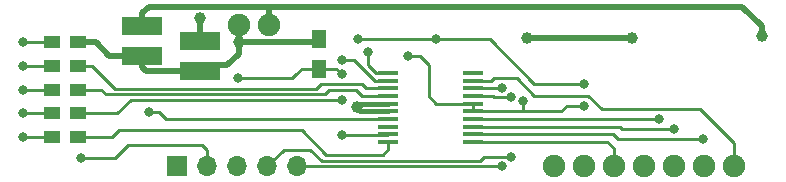
<source format=gbl>
G04 #@! TF.GenerationSoftware,KiCad,Pcbnew,(5.1.6)-1*
G04 #@! TF.CreationDate,2020-10-13T20:36:20+02:00*
G04 #@! TF.ProjectId,LampeSolaire2,4c616d70-6553-46f6-9c61-697265322e6b,R00*
G04 #@! TF.SameCoordinates,PX5f5e100PY5cfbb60*
G04 #@! TF.FileFunction,Copper,L2,Bot*
G04 #@! TF.FilePolarity,Positive*
%FSLAX46Y46*%
G04 Gerber Fmt 4.6, Leading zero omitted, Abs format (unit mm)*
G04 Created by KiCad (PCBNEW (5.1.6)-1) date 2020-10-13 20:36:20*
%MOMM*%
%LPD*%
G01*
G04 APERTURE LIST*
G04 #@! TA.AperFunction,ComponentPad*
%ADD10C,1.900000*%
G04 #@! TD*
G04 #@! TA.AperFunction,SMDPad,CuDef*
%ADD11R,1.250000X1.500000*%
G04 #@! TD*
G04 #@! TA.AperFunction,ComponentPad*
%ADD12R,1.700000X1.700000*%
G04 #@! TD*
G04 #@! TA.AperFunction,ComponentPad*
%ADD13O,1.700000X1.700000*%
G04 #@! TD*
G04 #@! TA.AperFunction,SMDPad,CuDef*
%ADD14R,1.400000X1.000000*%
G04 #@! TD*
G04 #@! TA.AperFunction,SMDPad,CuDef*
%ADD15R,1.750000X0.450000*%
G04 #@! TD*
G04 #@! TA.AperFunction,SMDPad,CuDef*
%ADD16R,3.400000X1.500000*%
G04 #@! TD*
G04 #@! TA.AperFunction,ViaPad*
%ADD17C,1.000000*%
G04 #@! TD*
G04 #@! TA.AperFunction,ViaPad*
%ADD18C,0.800000*%
G04 #@! TD*
G04 #@! TA.AperFunction,Conductor*
%ADD19C,0.500000*%
G04 #@! TD*
G04 #@! TA.AperFunction,Conductor*
%ADD20C,0.450000*%
G04 #@! TD*
G04 #@! TA.AperFunction,Conductor*
%ADD21C,0.250000*%
G04 #@! TD*
G04 APERTURE END LIST*
D10*
X35770000Y-3500000D03*
X33230000Y-3500000D03*
X62420000Y-15500000D03*
X64960000Y-15500000D03*
X67500000Y-15500000D03*
X75120000Y-15500000D03*
X72580000Y-15500000D03*
X70040000Y-15500000D03*
X59880000Y-15500000D03*
D11*
X40000000Y-7250000D03*
X40000000Y-4750000D03*
D12*
X28000000Y-15500000D03*
D13*
X30540000Y-15500000D03*
X33080000Y-15500000D03*
X35620000Y-15500000D03*
X38160000Y-15500000D03*
D14*
X17375000Y-5000000D03*
X19625000Y-5000000D03*
X17375000Y-11000000D03*
X19625000Y-11000000D03*
X17375000Y-13000000D03*
X19625000Y-13000000D03*
X17375000Y-9000000D03*
X19625000Y-9000000D03*
X17375000Y-7000000D03*
X19625000Y-7000000D03*
D15*
X45900000Y-13425000D03*
X45900000Y-12775000D03*
X45900000Y-12125000D03*
X45900000Y-11475000D03*
X45900000Y-10825000D03*
X45900000Y-10175000D03*
X45900000Y-9525000D03*
X45900000Y-8875000D03*
X45900000Y-8225000D03*
X45900000Y-7575000D03*
X53100000Y-7575000D03*
X53100000Y-8225000D03*
X53100000Y-8875000D03*
X53100000Y-9525000D03*
X53100000Y-10175000D03*
X53100000Y-10825000D03*
X53100000Y-11475000D03*
X53100000Y-12125000D03*
X53100000Y-12775000D03*
X53100000Y-13425000D03*
D16*
X29950000Y-7405000D03*
X29950000Y-4865000D03*
X25050000Y-6135000D03*
X25050000Y-3595000D03*
D17*
X57650000Y-4650000D03*
X66500000Y-4650000D03*
X33250000Y-5000000D03*
X43200000Y-10500000D03*
D18*
X19850000Y-14750000D03*
X41950000Y-7700000D03*
X62450000Y-10350000D03*
X47550000Y-6150000D03*
X57300000Y-10000000D03*
X33150000Y-8050000D03*
X49950000Y-4750000D03*
X43300000Y-4750000D03*
X62450000Y-8500000D03*
X55500000Y-8850000D03*
X55550000Y-15500000D03*
X56300000Y-14700000D03*
X56300000Y-9650000D03*
X25650000Y-10850000D03*
X15000000Y-5000000D03*
X15000000Y-11000000D03*
X41950000Y-9850000D03*
X41950000Y-12800000D03*
X15000000Y-13000000D03*
X15000000Y-9000000D03*
X15000000Y-7000000D03*
X44200000Y-5850000D03*
X42000000Y-6500000D03*
X70050000Y-12300000D03*
X72550000Y-13200000D03*
X68800000Y-11450000D03*
D17*
X77500000Y-4450000D03*
X29950000Y-2950000D03*
D19*
X57650000Y-4650000D02*
X66500000Y-4650000D01*
X29950000Y-7405000D02*
X28055000Y-7405000D01*
X29950000Y-7405000D02*
X25355000Y-7405000D01*
X25050000Y-7100000D02*
X25050000Y-6135000D01*
X25355000Y-7405000D02*
X25050000Y-7100000D01*
X19625000Y-5000000D02*
X21150000Y-5000000D01*
X22285000Y-6135000D02*
X25050000Y-6135000D01*
X21150000Y-5000000D02*
X22285000Y-6135000D01*
X29950000Y-7405000D02*
X31095000Y-7405000D01*
X31095000Y-7405000D02*
X31550000Y-6950000D01*
X33250000Y-5950000D02*
X33250000Y-5000000D01*
X32250000Y-6950000D02*
X33250000Y-5950000D01*
X31550000Y-6950000D02*
X32250000Y-6950000D01*
X39750000Y-5000000D02*
X40000000Y-4750000D01*
X33250000Y-5000000D02*
X39750000Y-5000000D01*
X33230000Y-4980000D02*
X33250000Y-5000000D01*
X33230000Y-3500000D02*
X33230000Y-4980000D01*
D20*
X43525000Y-10175000D02*
X43200000Y-10500000D01*
X45900000Y-10175000D02*
X43525000Y-10175000D01*
X43525000Y-10825000D02*
X43200000Y-10500000D01*
X45900000Y-10825000D02*
X43525000Y-10825000D01*
D21*
X53100000Y-10175000D02*
X53100000Y-10825000D01*
X19850000Y-14750000D02*
X22750000Y-14750000D01*
X22750000Y-14750000D02*
X23850000Y-13650000D01*
X23850000Y-13650000D02*
X30100000Y-13650000D01*
X30540000Y-14090000D02*
X30540000Y-15500000D01*
X30100000Y-13650000D02*
X30540000Y-14090000D01*
X60525000Y-10825000D02*
X61000000Y-10350000D01*
X61000000Y-10350000D02*
X62450000Y-10350000D01*
X38550000Y-7250000D02*
X40000000Y-7250000D01*
X38100000Y-7700000D02*
X38550000Y-7250000D01*
X41500000Y-7250000D02*
X41950000Y-7700000D01*
X40000000Y-7250000D02*
X41500000Y-7250000D01*
X57300000Y-10800000D02*
X57325000Y-10825000D01*
X57300000Y-10000000D02*
X57300000Y-10800000D01*
X53100000Y-10825000D02*
X57325000Y-10825000D01*
X57325000Y-10825000D02*
X60525000Y-10825000D01*
X49925000Y-10175000D02*
X53100000Y-10175000D01*
X49300000Y-9550000D02*
X49925000Y-10175000D01*
X47550000Y-6150000D02*
X48550000Y-6150000D01*
X49300000Y-6900000D02*
X49300000Y-9550000D01*
X48550000Y-6150000D02*
X49300000Y-6900000D01*
X37750000Y-8050000D02*
X38100000Y-7700000D01*
X33150000Y-8050000D02*
X37750000Y-8050000D01*
X61400000Y-8500000D02*
X58250000Y-8500000D01*
X54500000Y-4750000D02*
X53700000Y-4750000D01*
X58250000Y-8500000D02*
X54500000Y-4750000D01*
X49950000Y-4750000D02*
X53700000Y-4750000D01*
X43300000Y-4750000D02*
X49950000Y-4750000D01*
X61400000Y-8500000D02*
X62450000Y-8500000D01*
X53100000Y-8875000D02*
X55475000Y-8875000D01*
X55475000Y-8875000D02*
X55500000Y-8850000D01*
X55550000Y-15500000D02*
X38160000Y-15500000D01*
X35620000Y-15500000D02*
X37020000Y-14100000D01*
X37020000Y-14100000D02*
X39300000Y-14100000D01*
X39300000Y-14100000D02*
X40249990Y-15049990D01*
X40249990Y-15049990D02*
X53650010Y-15049990D01*
X53650010Y-15049990D02*
X54000000Y-14700000D01*
X54000000Y-14700000D02*
X56300000Y-14700000D01*
X53100000Y-9525000D02*
X54725000Y-9525000D01*
X54725000Y-9525000D02*
X54850000Y-9650000D01*
X54850000Y-9650000D02*
X56300000Y-9650000D01*
X45900000Y-11475000D02*
X27075000Y-11475000D01*
X27075000Y-11475000D02*
X26450000Y-10850000D01*
X26450000Y-10850000D02*
X25650000Y-10850000D01*
X15000000Y-5000000D02*
X17375000Y-5000000D01*
X17375000Y-11000000D02*
X15000000Y-11000000D01*
X45875000Y-12800000D02*
X45900000Y-12775000D01*
X41950000Y-12800000D02*
X45875000Y-12800000D01*
X19625000Y-11000000D02*
X22950000Y-11000000D01*
X24100000Y-9850000D02*
X41950000Y-9850000D01*
X22950000Y-11000000D02*
X24100000Y-9850000D01*
X45900000Y-13425000D02*
X45900000Y-14000000D01*
X45900000Y-14000000D02*
X45400000Y-14500000D01*
X45400000Y-14500000D02*
X40650000Y-14500000D01*
X40650000Y-14500000D02*
X38550000Y-12400000D01*
X19625000Y-13000000D02*
X20900000Y-13000000D01*
X22500000Y-13000000D02*
X19625000Y-13000000D01*
X38550000Y-12400000D02*
X23100000Y-12400000D01*
X23100000Y-12400000D02*
X22500000Y-13000000D01*
X15000000Y-13000000D02*
X17375000Y-13000000D01*
X17375000Y-9000000D02*
X15000000Y-9000000D01*
X21999990Y-9399990D02*
X21600000Y-9000000D01*
X45900000Y-9525000D02*
X43648002Y-9525000D01*
X21600000Y-9000000D02*
X19625000Y-9000000D01*
X43648002Y-9525000D02*
X43123002Y-9000000D01*
X43123002Y-9000000D02*
X40900000Y-9000000D01*
X40900000Y-9000000D02*
X40500010Y-9399990D01*
X40500010Y-9399990D02*
X21999990Y-9399990D01*
X43961410Y-8875000D02*
X45900000Y-8875000D01*
X43636401Y-8549991D02*
X43961410Y-8875000D01*
X19625000Y-7000000D02*
X20800020Y-7000000D01*
X20800020Y-7000000D02*
X22750000Y-8949980D01*
X22750000Y-8949980D02*
X39800002Y-8949980D01*
X39800002Y-8949980D02*
X40199991Y-8549991D01*
X40199991Y-8549991D02*
X43636401Y-8549991D01*
X17375000Y-7000000D02*
X15000000Y-7000000D01*
X45900000Y-7575000D02*
X44875000Y-7575000D01*
X44875000Y-7575000D02*
X44200000Y-6900000D01*
X44200000Y-6900000D02*
X44200000Y-5850000D01*
X43000000Y-6500000D02*
X42000000Y-6500000D01*
X45900000Y-8225000D02*
X44725000Y-8225000D01*
X44725000Y-8225000D02*
X43000000Y-6500000D01*
X65475000Y-12125000D02*
X65650000Y-12300000D01*
X65650000Y-12300000D02*
X70050000Y-12300000D01*
X53100000Y-12125000D02*
X65475000Y-12125000D01*
X64875000Y-12775000D02*
X65300000Y-13200000D01*
X65300000Y-13200000D02*
X72550000Y-13200000D01*
X54325000Y-12775000D02*
X53100000Y-12775000D01*
X64875000Y-12775000D02*
X54325000Y-12775000D01*
X53100000Y-8225000D02*
X54625000Y-8225000D01*
X54625000Y-8225000D02*
X54800000Y-8050000D01*
X54800000Y-8050000D02*
X56750000Y-8050000D01*
X56750000Y-8050000D02*
X58200000Y-9500000D01*
X62300000Y-9500000D02*
X62800000Y-9500000D01*
X58200000Y-9500000D02*
X62300000Y-9500000D01*
X62800000Y-9500000D02*
X63950000Y-10650000D01*
X63950000Y-10650000D02*
X72250000Y-10650000D01*
X75120000Y-13520000D02*
X75120000Y-15500000D01*
X72250000Y-10650000D02*
X75120000Y-13520000D01*
X52925000Y-11475000D02*
X53100000Y-11475000D01*
X68775000Y-11475000D02*
X68800000Y-11450000D01*
X66025000Y-11475000D02*
X68775000Y-11475000D01*
X66025000Y-11475000D02*
X52925000Y-11475000D01*
X64960000Y-13960000D02*
X64960000Y-15500000D01*
X64425000Y-13425000D02*
X64960000Y-13960000D01*
X53100000Y-13425000D02*
X64425000Y-13425000D01*
D19*
X75850000Y-2000000D02*
X77500000Y-3650000D01*
X77500000Y-3650000D02*
X77500000Y-4450000D01*
X25050000Y-2550000D02*
X25600000Y-2000000D01*
X25050000Y-3595000D02*
X25050000Y-2550000D01*
X25600000Y-2000000D02*
X35700000Y-2000000D01*
X35770000Y-2070000D02*
X35700000Y-2000000D01*
X35770000Y-3500000D02*
X35770000Y-2070000D01*
X35700000Y-2000000D02*
X75850000Y-2000000D01*
X29950000Y-4865000D02*
X29950000Y-2950000D01*
M02*

</source>
